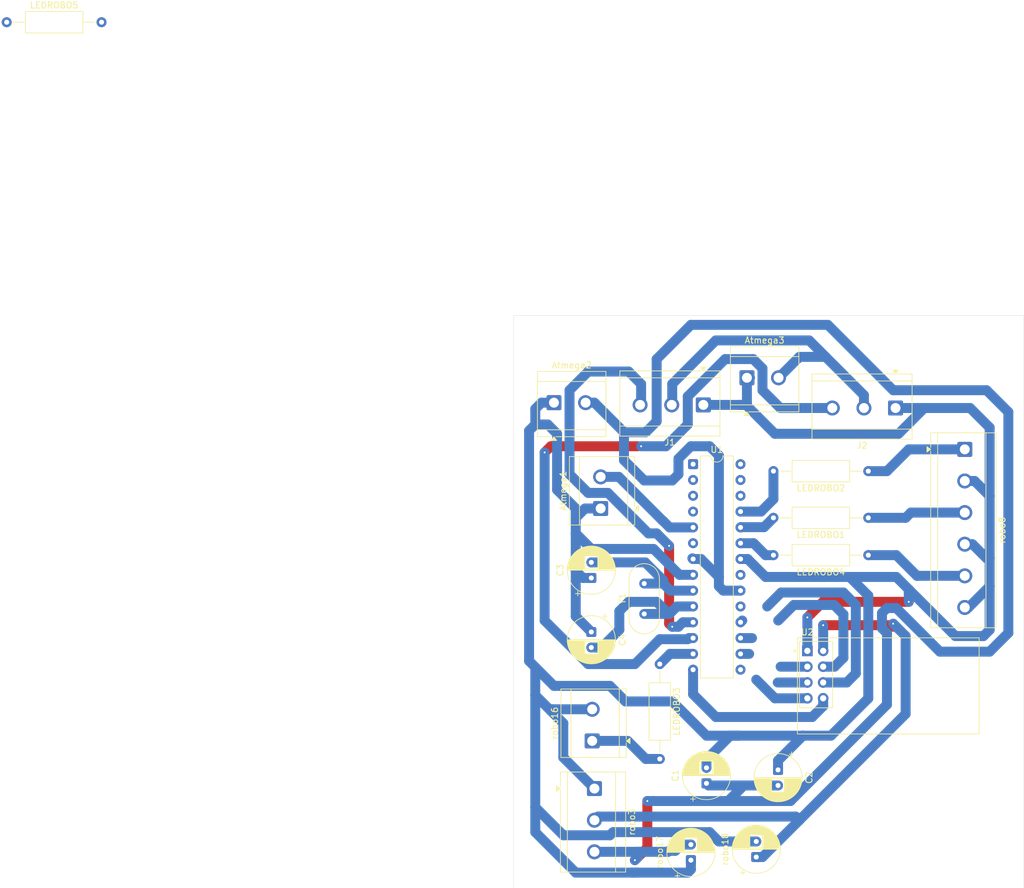
<source format=kicad_pcb>
(kicad_pcb (version 20241229) (generator "pcbnew") (generator_version "9.0")
  (layers (0 "F.Cu" signal) (2 "B.Cu" signal) (13 "F.Paste" user) (15 "B.Paste" user) (5 "F.SilkS" user "F.Silkscreen") (7 "B.SilkS" user "B.Silkscreen") (1 "F.Mask" user) (3 "B.Mask" user) (25 "Edge.Cuts" user))
  (net 0 "")
  (net 1 "Net-(robo8-Pin_3)")
  (net 2 "GND ROBO")
  (net 3 "Net-(robo8-Pin_1)")
  (net 4 "Net-(robo8-Pin_5)")
  (net 5 "Modulo_Laser")
  (net 6 "VCC ROBO")
  (net 7 "Net-(robo16-Pin_1)")
  (net 8 "Led_2")
  (net 9 "Led_3")
  (net 10 "Net-(U1-PD7)")
  (net 11 "Led_1")
  (net 12 "Net-(U1-XTAL1{slash}PB6)")
  (net 16 "VCC SERVO")
  (net 19 "Net-(U1-XTAL2{slash}PB7)")
  (net 20 "NRF24L01 2")
  (net 22 "PWM LASER")
  (net 23 "CSN")
  (net 24 "IRQ")
  (net 26 "SCK")
  (net 27 "MISO")
  (net 28 "CE")
  (net 31 "MOSI")
  (net 32 "PWM RETROESCAVADEIRA")
  (footprint "TerminalBlock_CUI:TerminalBlock_CUI_TB007-508-03_1x03_P5.08mm_Horizontal" (layer "F.Cu") (at 143.88 63.8575 180)
    (property "Reference" "J2" (at 5.38 -6.02 0) (layer "F.SilkS"))
    (property "Value" "SERVO")
    (pad "1" thru_hole roundrect (at 0 0 180) (size 2.4 2.4) (drill 1.6) (layers "*.Cu" "*.Mask") (roundrect_rratio 0.104167) (net 2 "GND ROBO"))
    (pad "2" thru_hole circle (at 5.08 0 180) (size 2.4 2.4) (drill 1.6) (layers "*.Cu" "*.Mask") (net 16 "VCC SERVO"))
    (pad "3" thru_hole circle (at 10.16 0 180) (size 2.4 2.4) (drill 1.6) (layers "*.Cu" "*.Mask") (net 32 "PWM RETROESCAVADEIRA"))
  )
  (footprint "TerminalBlock_CUI:TerminalBlock_CUI_TB007-508-03_1x03_P5.08mm_Horizontal" (layer "F.Cu") (at 95.5 125 -90)
    (property "Reference" "robo3" (at 5.38 -6.02 90) (layer "F.SilkS"))
    (property "Value" "AMS1117CD-3.3")
    (pad "1" thru_hole roundrect (at 0 0 270) (size 2.4 2.4) (drill 1.6) (layers "*.Cu" "*.Mask") (roundrect_rratio 0.104167) (net 2 "GND ROBO"))
    (pad "2" thru_hole circle (at 5.08 0 270) (size 2.4 2.4) (drill 1.6) (layers "*.Cu" "*.Mask") (net 20 "NRF24L01 2"))
    (pad "3" thru_hole circle (at 10.16 0 270) (size 2.4 2.4) (drill 1.6) (layers "*.Cu" "*.Mask") (net 6 "VCC ROBO"))
  )
  (footprint "Capacitor_THT:CP_Radial_D7.5mm_P2.50mm" (layer "F.Cu") (at 121.5 136 90)
    (property "Reference" "robo18" (at 1.25 -5 90) (layer "F.SilkS"))
    (property "Value" "100uF")
    (pad "1" thru_hole roundrect (at 0 0 90) (size 1.6 1.6) (drill 0.8) (layers "*.Cu" "*.Mask") (roundrect_rratio 0.15625) (net 20 "NRF24L01 2"))
    (pad "2" thru_hole circle (at 2.5 0 90) (size 1.6 1.6) (drill 0.8) (layers "*.Cu" "*.Mask") (net 2 "GND ROBO"))
  )
  (footprint "Resistor_THT:R_Axial_DIN0309_L9.0mm_D3.2mm_P15.24mm_Horizontal" (layer "F.Cu") (at 1.075 1.875)
    (property "Reference" "LEDROBO5" (at 7.62 -2.72 0) (layer "F.SilkS"))
    (property "Value" "10k")
    (pad "1" thru_hole circle (at 0 0) (size 1.6 1.6) (drill 0.8) (layers "*.Cu" "*.Mask") (net 2 "GND ROBO"))
    (pad "2" thru_hole circle (at 15.24 0) (size 1.6 1.6) (drill 0.8) (layers "*.Cu" "*.Mask") (net 10 "Net-(U1-PD7)"))
  )
  (footprint "Resistor_THT:R_Axial_DIN0309_L9.0mm_D3.2mm_P15.24mm_Horizontal" (layer "F.Cu") (at 139.5 81.5 180)
    (property "Reference" "LEDROBO1" (at 7.62 -2.72 0) (layer "F.SilkS"))
    (property "Value" "220")
    (pad "1" thru_hole circle (at 0 0 180) (size 1.6 1.6) (drill 0.8) (layers "*.Cu" "*.Mask") (net 1 "Net-(robo8-Pin_3)"))
    (pad "2" thru_hole circle (at 15.24 0 180) (size 1.6 1.6) (drill 0.8) (layers "*.Cu" "*.Mask") (net 8 "Led_2"))
  )
  (footprint "TerminalBlock_CUI:TerminalBlock_CUI_TB007-508-02_1x02_P5.08mm_Horizontal" (layer "F.Cu") (at 95.1425 117.34 90)
    (property "Reference" "robo16" (at 2.84 -6.02 90) (layer "F.SilkS"))
    (property "Value" "LDR")
    (pad "1" thru_hole roundrect (at 0 0 90) (size 2.4 2.4) (drill 1.6) (layers "*.Cu" "*.Mask") (roundrect_rratio 0.104167) (net 6 "VCC ROBO"))
    (pad "2" thru_hole circle (at 5.08 0 90) (size 2.4 2.4) (drill 1.6) (layers "*.Cu" "*.Mask") (net 10 "Net-(U1-PD7)"))
  )
  (footprint "TerminalBlock_CUI:TerminalBlock_CUI_TB007-508-02_1x02_P5.08mm_Horizontal" (layer "F.Cu") (at 120 59)
    (property "Reference" "Atmega3" (at 2.84 -6.02 0) (layer "F.SilkS"))
    (property "Value" "Fonte de servo")
    (pad "1" thru_hole roundrect (at 0 0) (size 2.4 2.4) (drill 1.6) (layers "*.Cu" "*.Mask") (roundrect_rratio 0.104167) (net 2 "GND ROBO"))
    (pad "2" thru_hole circle (at 5.08 0) (size 2.4 2.4) (drill 1.6) (layers "*.Cu" "*.Mask") (net 16 "VCC SERVO"))
  )
  (footprint "TerminalBlock_CUI:TerminalBlock_CUI_TB007-508-02_1x02_P5.08mm_Horizontal" (layer "F.Cu") (at 96.5 80 90)
    (property "Reference" "Atmega1" (at 2.84 -6.02 90) (layer "F.SilkS"))
    (property "Value" "LASER")
    (pad "1" thru_hole roundrect (at 0 0 90) (size 2.4 2.4) (drill 1.6) (layers "*.Cu" "*.Mask") (roundrect_rratio 0.104167) (net 2 "GND ROBO"))
    (pad "2" thru_hole circle (at 5.08 0 90) (size 2.4 2.4) (drill 1.6) (layers "*.Cu" "*.Mask") (net 5 "Modulo_Laser"))
  )
  (footprint "Capacitor_THT:CP_Radial_D7.5mm_P2.50mm" (layer "F.Cu") (at 113.5 124.161395 90)
    (property "Reference" "C1" (at 1.25 -5 90) (layer "F.SilkS"))
    (property "Value" "0.1")
    (pad "1" thru_hole roundrect (at 0 0 90) (size 1.6 1.6) (drill 0.8) (layers "*.Cu" "*.Mask") (roundrect_rratio 0.15625) (net 6 "VCC ROBO"))
    (pad "2" thru_hole circle (at 2.5 0 90) (size 1.6 1.6) (drill 0.8) (layers "*.Cu" "*.Mask") (net 2 "GND ROBO"))
  )
  (footprint "Resistor_THT:R_Axial_DIN0309_L9.0mm_D3.2mm_P15.24mm_Horizontal" (layer "F.Cu") (at 139.5 87.5 180)
    (property "Reference" "LEDROBO4" (at 7.62 -2.72 0) (layer "F.SilkS"))
    (property "Value" "220")
    (pad "1" thru_hole circle (at 0 0 180) (size 1.6 1.6) (drill 0.8) (layers "*.Cu" "*.Mask") (net 4 "Net-(robo8-Pin_5)"))
    (pad "2" thru_hole circle (at 15.24 0 180) (size 1.6 1.6) (drill 0.8) (layers "*.Cu" "*.Mask") (net 11 "Led_1"))
  )
  (footprint "Capacitor_THT:CP_Radial_D7.5mm_P2.50mm" (layer "F.Cu") (at 95 99.838606 -90)
    (property "Reference" "C4" (at 1.25 -5 90) (layer "F.SilkS"))
    (property "Value" "22pF")
    (pad "1" thru_hole roundrect (at 0 0 270) (size 1.6 1.6) (drill 0.8) (layers "*.Cu" "*.Mask") (roundrect_rratio 0.15625) (net 2 "GND ROBO"))
    (pad "2" thru_hole circle (at 2.5 0 270) (size 1.6 1.6) (drill 0.8) (layers "*.Cu" "*.Mask") (net 19 "Net-(U1-XTAL2{slash}PB7)"))
  )
  (footprint "Resistor_THT:R_Axial_DIN0309_L9.0mm_D3.2mm_P15.24mm_Horizontal" (layer "F.Cu") (at 106 105 -90)
    (property "Reference" "LEDROBO3" (at 7.62 -2.72 90) (layer "F.SilkS"))
    (property "Value" "10k")
    (pad "1" thru_hole circle (at 0 0 270) (size 1.6 1.6) (drill 0.8) (layers "*.Cu" "*.Mask") (net 10 "Net-(U1-PD7)"))
    (pad "2" thru_hole circle (at 15.24 0 270) (size 1.6 1.6) (drill 0.8) (layers "*.Cu" "*.Mask") (net 7 "Net-(robo16-Pin_1)"))
  )
  (footprint "RF_Module:nRF24L01_Breakout" (layer "F.Cu") (at 129.7105 102.875)
    (property "Reference" "U2" (at 0 -3 0) (layer "F.SilkS"))
    (property "Value" "NRF24L01_Breakout")
    (pad "1" thru_hole rect (at 0 0) (size 1.7 1.7) (drill 1) (layers "*.Cu" "*.Mask") (net 2 "GND ROBO"))
    (pad "2" thru_hole circle (at 2.54 0) (size 1.7 1.7) (drill 1) (layers "*.Cu" "*.Mask") (net 20 "NRF24L01 2"))
    (pad "3" thru_hole circle (at 0 2.54) (size 1.7 1.7) (drill 1) (layers "*.Cu" "*.Mask") (net 28 "CE"))
    (pad "4" thru_hole circle (at 2.54 2.54) (size 1.7 1.7) (drill 1) (layers "*.Cu" "*.Mask") (net 23 "CSN"))
    (pad "5" thru_hole circle (at 0 5.08) (size 1.7 1.7) (drill 1) (layers "*.Cu" "*.Mask") (net 26 "SCK"))
    (pad "6" thru_hole circle (at 2.54 5.08) (size 1.7 1.7) (drill 1) (layers "*.Cu" "*.Mask") (net 31 "MOSI"))
    (pad "7" thru_hole circle (at 0 7.62) (size 1.7 1.7) (drill 1) (layers "*.Cu" "*.Mask") (net 27 "MISO"))
    (pad "8" thru_hole circle (at 2.54 7.62) (size 1.7 1.7) (drill 1) (layers "*.Cu" "*.Mask") (net 24 "IRQ"))
  )
  (footprint "Resistor_THT:R_Axial_DIN0309_L9.0mm_D3.2mm_P15.24mm_Horizontal" (layer "F.Cu") (at 139.5 74 180)
    (property "Reference" "LEDROBO2" (at 7.62 -2.72 0) (layer "F.SilkS"))
    (property "Value" "220")
    (pad "1" thru_hole circle (at 0 0 180) (size 1.6 1.6) (drill 0.8) (layers "*.Cu" "*.Mask") (net 3 "Net-(robo8-Pin_1)"))
    (pad "2" thru_hole circle (at 15.24 0 180) (size 1.6 1.6) (drill 0.8) (layers "*.Cu" "*.Mask") (net 9 "Led_3"))
  )
  (footprint "Package_DIP:DIP-28_W7.62mm" (layer "F.Cu") (at 111.352789 72.88)
    (property "Reference" "U1" (at 3.81 -2.33 0) (layer "F.SilkS"))
    (property "Value" "ROBO LED")
    (pad "1" thru_hole roundrect (at 0 0) (size 1.6 1.6) (drill 0.8) (layers "*.Cu" "*.Mask") (roundrect_rratio 0.15625))
    (pad "2" thru_hole circle (at 0 2.54) (size 1.6 1.6) (drill 0.8) (layers "*.Cu" "*.Mask"))
    (pad "3" thru_hole circle (at 0 5.08) (size 1.6 1.6) (drill 0.8) (layers "*.Cu" "*.Mask"))
    (pad "4" thru_hole circle (at 0 7.62) (size 1.6 1.6) (drill 0.8) (layers "*.Cu" "*.Mask"))
    (pad "5" thru_hole circle (at 0 10.16) (size 1.6 1.6) (drill 0.8) (layers "*.Cu" "*.Mask") (net 5 "Modulo_Laser"))
    (pad "6" thru_hole circle (at 0 12.7) (size 1.6 1.6) (drill 0.8) (layers "*.Cu" "*.Mask"))
    (pad "7" thru_hole circle (at 0 15.24) (size 1.6 1.6) (drill 0.8) (layers "*.Cu" "*.Mask") (net 6 "VCC ROBO"))
    (pad "8" thru_hole circle (at 0 17.78) (size 1.6 1.6) (drill 0.8) (layers "*.Cu" "*.Mask") (net 2 "GND ROBO"))
    (pad "9" thru_hole circle (at 0 20.32) (size 1.6 1.6) (drill 0.8) (layers "*.Cu" "*.Mask") (net 12 "Net-(U1-XTAL1{slash}PB6)"))
    (pad "10" thru_hole circle (at 0 22.86) (size 1.6 1.6) (drill 0.8) (layers "*.Cu" "*.Mask") (net 19 "Net-(U1-XTAL2{slash}PB7)"))
    (pad "11" thru_hole circle (at 0 25.4) (size 1.6 1.6) (drill 0.8) (layers "*.Cu" "*.Mask") (net 22 "PWM LASER"))
    (pad "12" thru_hole circle (at 0 27.94) (size 1.6 1.6) (drill 0.8) (layers "*.Cu" "*.Mask") (net 32 "PWM RETROESCAVADEIRA"))
    (pad "13" thru_hole circle (at 0 30.48) (size 1.6 1.6) (drill 0.8) (layers "*.Cu" "*.Mask") (net 10 "Net-(U1-PD7)"))
    (pad "14" thru_hole circle (at 0 33.02) (size 1.6 1.6) (drill 0.8) (layers "*.Cu" "*.Mask") (net 24 "IRQ"))
    (pad "15" thru_hole circle (at 7.62 33.02) (size 1.6 1.6) (drill 0.8) (layers "*.Cu" "*.Mask") (net 28 "CE"))
    (pad "16" thru_hole circle (at 7.62 30.48) (size 1.6 1.6) (drill 0.8) (layers "*.Cu" "*.Mask") (net 23 "CSN"))
    (pad "17" thru_hole circle (at 7.62 27.94) (size 1.6 1.6) (drill 0.8) (layers "*.Cu" "*.Mask") (net 31 "MOSI"))
    (pad "18" thru_hole circle (at 7.62 25.4) (size 1.6 1.6) (drill 0.8) (layers "*.Cu" "*.Mask") (net 27 "MISO"))
    (pad "19" thru_hole circle (at 7.62 22.86) (size 1.6 1.6) (drill 0.8) (layers "*.Cu" "*.Mask") (net 26 "SCK"))
    (pad "20" thru_hole circle (at 7.62 20.32) (size 1.6 1.6) (drill 0.8) (layers "*.Cu" "*.Mask") (net 6 "VCC ROBO"))
    (pad "21" thru_hole circle (at 7.62 17.78) (size 1.6 1.6) (drill 0.8) (layers "*.Cu" "*.Mask"))
    (pad "22" thru_hole circle (at 7.62 15.24) (size 1.6 1.6) (drill 0.8) (layers "*.Cu" "*.Mask") (net 2 "GND ROBO"))
    (pad "23" thru_hole circle (at 7.62 12.7) (size 1.6 1.6) (drill 0.8) (layers "*.Cu" "*.Mask") (net 11 "Led_1"))
    (pad "24" thru_hole circle (at 7.62 10.16) (size 1.6 1.6) (drill 0.8) (layers "*.Cu" "*.Mask") (net 8 "Led_2"))
    (pad "25" thru_hole circle (at 7.62 7.62) (size 1.6 1.6) (drill 0.8) (layers "*.Cu" "*.Mask") (net 9 "Led_3"))
    (pad "26" thru_hole circle (at 7.62 5.08) (size 1.6 1.6) (drill 0.8) (layers "*.Cu" "*.Mask"))
    (pad "27" thru_hole circle (at 7.62 2.54) (size 1.6 1.6) (drill 0.8) (layers "*.Cu" "*.Mask"))
    (pad "28" thru_hole circle (at 7.62 0) (size 1.6 1.6) (drill 0.8) (layers "*.Cu" "*.Mask"))
  )
  (footprint "TerminalBlock_CUI:TerminalBlock_CUI_TB007-508-03_1x03_P5.08mm_Horizontal" (layer "F.Cu") (at 113 63.3575 180)
    (property "Reference" "J1" (at 5.38 -6.02 0) (layer "F.SilkS"))
    (property "Value" "SERVO LASER")
    (pad "1" thru_hole roundrect (at 0 0 180) (size 2.4 2.4) (drill 1.6) (layers "*.Cu" "*.Mask") (roundrect_rratio 0.104167) (net 2 "GND ROBO"))
    (pad "2" thru_hole circle (at 5.08 0 180) (size 2.4 2.4) (drill 1.6) (layers "*.Cu" "*.Mask") (net 16 "VCC SERVO"))
    (pad "3" thru_hole circle (at 10.16 0 180) (size 2.4 2.4) (drill 1.6) (layers "*.Cu" "*.Mask") (net 22 "PWM LASER"))
  )
  (footprint "TerminalBlock_CUI:TerminalBlock_CUI_TB007-508-06_1x06_P5.08mm_Horizontal" (layer "F.Cu") (at 155 70.5 -90)
    (property "Reference" "robo8" (at 13 -6.02 90) (layer "F.SilkS"))
    (property "Value" "leds")
    (pad "1" thru_hole roundrect (at 0 0 270) (size 2.4 2.4) (drill 1.6) (layers "*.Cu" "*.Mask") (roundrect_rratio 0.104167) (net 3 "Net-(robo8-Pin_1)"))
    (pad "2" thru_hole circle (at 5.08 0 270) (size 2.4 2.4) (drill 1.6) (layers "*.Cu" "*.Mask") (net 2 "GND ROBO"))
    (pad "3" thru_hole circle (at 10.16 0 270) (size 2.4 2.4) (drill 1.6) (layers "*.Cu" "*.Mask") (net 1 "Net-(robo8-Pin_3)"))
    (pad "4" thru_hole circle (at 15.24 0 270) (size 2.4 2.4) (drill 1.6) (layers "*.Cu" "*.Mask") (net 2 "GND ROBO"))
    (pad "5" thru_hole circle (at 20.32 0 270) (size 2.4 2.4) (drill 1.6) (layers "*.Cu" "*.Mask") (net 4 "Net-(robo8-Pin_5)"))
    (pad "6" thru_hole circle (at 25.4 0 270) (size 2.4 2.4) (drill 1.6) (layers "*.Cu" "*.Mask") (net 2 "GND ROBO"))
  )
  (footprint "Crystal:Crystal_HC49-4H_Vertical" (layer "F.Cu") (at 103.5 96.94 90)
    (property "Reference" "Y1" (at 2.44 -3.52 90) (layer "F.SilkS"))
    (property "Value" "Crystal")
    (pad "1" thru_hole circle (at 0 0 90) (size 1.5 1.5) (drill 0.8) (layers "*.Cu" "*.Mask") (net 19 "Net-(U1-XTAL2{slash}PB7)"))
    (pad "2" thru_hole circle (at 4.88 0 90) (size 1.5 1.5) (drill 0.8) (layers "*.Cu" "*.Mask") (net 12 "Net-(U1-XTAL1{slash}PB6)"))
  )
  (footprint "Capacitor_THT:CP_Radial_D7.5mm_P2.50mm" (layer "F.Cu") (at 125 122 -90)
    (property "Reference" "C2" (at 1.25 -5 90) (layer "F.SilkS"))
    (property "Value" "0.1")
    (pad "1" thru_hole roundrect (at 0 0 270) (size 1.6 1.6) (drill 0.8) (layers "*.Cu" "*.Mask") (roundrect_rratio 0.15625) (net 2 "GND ROBO"))
    (pad "2" thru_hole circle (at 2.5 0 270) (size 1.6 1.6) (drill 0.8) (layers "*.Cu" "*.Mask") (net 6 "VCC ROBO"))
  )
  (footprint "Capacitor_THT:CP_Radial_D7.5mm_P2.50mm" (layer "F.Cu") (at 111 136.5 90)
    (property "Reference" "robo17" (at 1.25 -5 90) (layer "F.SilkS"))
    (property "Value" "0.1uF")
    (pad "1" thru_hole roundrect (at 0 0 90) (size 1.6 1.6) (drill 0.8) (layers "*.Cu" "*.Mask") (roundrect_rratio 0.15625) (net 2 "GND ROBO"))
    (pad "2" thru_hole circle (at 2.5 0 90) (size 1.6 1.6) (drill 0.8) (layers "*.Cu" "*.Mask") (net 6 "VCC ROBO"))
  )
  (footprint "TerminalBlock_CUI:TerminalBlock_CUI_TB007-508-02_1x02_P5.08mm_Horizontal" (layer "F.Cu") (at 89 63)
    (property "Reference" "Atmega2" (at 2.84 -6.02 0) (layer "F.SilkS"))
    (property "Value" "Fonte de alimentação")
    (pad "1" thru_hole roundrect (at 0 0) (size 2.4 2.4) (drill 1.6) (layers "*.Cu" "*.Mask") (roundrect_rratio 0.104167) (net 2 "GND ROBO"))
    (pad "2" thru_hole circle (at 5.08 0) (size 2.4 2.4) (drill 1.6) (layers "*.Cu" "*.Mask") (net 6 "VCC ROBO"))
  )
  (footprint "Capacitor_THT:CP_Radial_D7.5mm_P2.50mm" (layer "F.Cu") (at 95 91.161395 90)
    (property "Reference" "C3" (at 1.25 -5 90) (layer "F.SilkS"))
    (property "Value" "22pF")
    (pad "1" thru_hole roundrect (at 0 0 90) (size 1.6 1.6) (drill 0.8) (layers "*.Cu" "*.Mask") (roundrect_rratio 0.15625) (net 2 "GND ROBO"))
    (pad "2" thru_hole circle (at 2.5 0 90) (size 1.6 1.6) (drill 0.8) (layers "*.Cu" "*.Mask") (net 12 "Net-(U1-XTAL1{slash}PB6)"))
  )
  (gr_rect (start 82.5 49) (end 164.5 141) (stroke (width 0.05)) (fill no) (layer "Edge.Cuts"))
  (segment (start 146.34 80.66) (end 155 80.66) (width 1.6) (layer "B.Cu") (net 1))
  (segment (start 145.5 81.5) (end 146.34 80.66) (width 1.6) (layer "B.Cu") (net 1))
  (segment (start 139.5 81.5) (end 145.5 81.5) (width 1.6) (layer "B.Cu") (net 1))
  (segment (start 132.2105 95) (end 146 95) (width 1.6) (layer "F.Cu") (net 2))
  (segment (start 129.7105 97.5) (end 132.2105 95) (width 1.6) (layer "F.Cu") (net 2))
  (via (at 129.7105 97.5) (size 0.6) (drill 0.3) (layers "F.Cu" "B.Cu") (net 2))
  (via (at 146 95) (size 0.6) (drill 0.3) (layers "F.Cu" "B.Cu") (net 2))
  (segment (start 88.5 112.5) (end 88.74 112.26) (width 1.6) (layer "B.Cu") (net 2))
  (segment (start 94 80) (end 92.5 81.5) (width 1.6) (layer "B.Cu") (net 2))
  (segment (start 89.5 77) (end 89.5 68) (width 1.6) (layer "B.Cu") (net 2))
  (segment (start 89.5 68) (end 88 66.5) (width 1.6) (layer "B.Cu") (net 2))
  (segment (start 92.5 80) (end 89.5 77) (width 1.6) (layer "B.Cu") (net 2))
  (segment (start 120 63) (end 120 59) (width 1.6) (layer "B.Cu") (net 2))
  (segment (start 155 85.74) (end 156.24 85.74) (width 1.6) (layer "B.Cu") (net 2))
  (segment (start 159 92.5) (end 155.6 95.9) (width 1.6) (layer "B.Cu") (net 2))
  (segment (start 86 132) (end 86 128) (width 1.6) (layer "B.Cu") (net 2))
  (segment (start 136.5 91) (end 139.5 94) (width 1.6) (layer "B.Cu") (net 2))
  (segment (start 155 75.58) (end 156.58 75.58) (width 1.6) (layer "B.Cu") (net 2))
  (segment (start 98 132.5) (end 90.5 132.5) (width 1.6) (layer "B.Cu") (net 2))
  (segment (start 159 99.5) (end 158 100.5) (width 1.6) (layer "B.Cu") (net 2))
  (segment (start 118.661395 116.5) (end 113.5 116.5) (width 1.6) (layer "B.Cu") (net 2))
  (segment (start 118.8575 63.3575) (end 119.6425 63.3575) (width 1.6) (layer "B.Cu") (net 2))
  (segment (start 86 105.5) (end 86 110) (width 1.6) (layer "B.Cu") (net 2))
  (segment (start 105 86.5) (end 109.16 90.66) (width 1.6) (layer "B.Cu") (net 2))
  (segment (start 119.6425 63.3575) (end 120 63) (width 1.6) (layer "B.Cu") (net 2))
  (segment (start 113 63.3575) (end 118.8575 63.3575) (width 1.6) (layer "B.Cu") (net 2))
  (segment (start 101.5 138.5) (end 102.5 138.5) (width 1.6) (layer "B.Cu") (net 2))
  (segment (start 144 91) (end 136.5 91) (width 1.6) (layer "B.Cu") (net 2))
  (segment (start 114 132) (end 98.5 132) (width 1.6) (layer "B.Cu") (net 2))
  (segment (start 139.5 110.5) (end 133.5 116.5) (width 1.6) (layer "B.Cu") (net 2))
  (segment (start 92.5 84) (end 92.5 90) (width 1.6) (layer "B.Cu") (net 2))
  (segment (start 85 104.5) (end 86 105.5) (width 1.6) (layer "B.Cu") (net 2))
  (segment (start 129.7105 102.875) (end 129.7105 97.5) (width 1.6) (layer "B.Cu") (net 2))
  (segment (start 86 110) (end 88.5 112.5) (width 1.6) (layer "B.Cu") (net 2))
  (segment (start 85 67.5) (end 85 104.5) (width 1.6) (layer "B.Cu") (net 2))
  (segment (start 120.12 88.12) (end 123 91) (width 1.6) (layer "B.Cu") (net 2))
  (segment (start 139.5 94) (end 139.5 110.5) (width 1.6) (layer "B.Cu") (net 2))
  (segment (start 155.6 95.9) (end 155 95.9) (width 1.6) (layer "B.Cu") (net 2))
  (segment (start 92.5 90) (end 92.5 97.338606) (width 1.6) (layer "B.Cu") (net 2))
  (segment (start 93.661395 91.161395) (end 95 91.161395) (width 1.6) (layer "B.Cu") (net 2))
  (segment (start 156.58 75.58) (end 159 78) (width 1.6) (layer "B.Cu") (net 2))
  (segment (start 129 116.5) (end 118.661395 116.5) (width 1.6) (layer "B.Cu") (net 2))
  (segment (start 158 100.5) (end 153.5 100.5) (width 1.6) (layer "B.Cu") (net 2))
  (segment (start 125 122) (end 125 120.5) (width 1.6) (layer "B.Cu") (net 2))
  (segment (start 156.24 85.74) (end 158.5 88) (width 1.6) (layer "B.Cu") (net 2))
  (segment (start 153.5 100.5) (end 146 93) (width 1.6) (layer "B.Cu") (net 2))
  (segment (start 159 67) (end 155.8575 63.8575) (width 1.6) (layer "B.Cu") (net 2))
  (segment (start 159 88) (end 159 92.5) (width 1.6) (layer "B.Cu") (net 2))
  (segment (start 108 111) (end 100.5 111) (width 1.6) (layer "B.Cu") (net 2))
  (segment (start 87 63) (end 89 63) (width 1.6) (layer "B.Cu") (net 2))
  (segment (start 88.74 112.26) (end 95.1425 112.26) (width 1.6) (layer "B.Cu") (net 2))
  (segment (start 92.5 80) (end 92.5 84) (width 1.6) (layer "B.Cu") (net 2))
  (segment (start 90.5 132.5) (end 86 128) (width 1.6) (layer "B.Cu") (net 2))
  (segment (start 111 138) (end 110.5 138.5) (width 1.6) (layer "B.Cu") (net 2))
  (segment (start 110.5 138.5) (end 101.5 138.5) (width 1.6) (layer "B.Cu") (net 2))
  (segment (start 86 128) (end 86 110) (width 1.6) (layer "B.Cu") (net 2))
  (segment (start 146 93) (end 144 91) (width 1.6) (layer "B.Cu") (net 2))
  (segment (start 90.5 120) (end 90.5 114.5) (width 1.6) (layer "B.Cu") (net 2))
  (segment (start 100.5 111) (end 98 108.5) (width 1.6) (layer "B.Cu") (net 2))
  (segment (start 92.5 90) (end 93.661395 91.161395) (width 1.6) (layer "B.Cu") (net 2))
  (segment (start 159 78) (end 159 88) (width 1.6) (layer "B.Cu") (net 2))
  (segment (start 101.5 138.5) (end 92.5 138.5) (width 1.6) (layer "B.Cu") (net 2))
  (segment (start 118.8575 63.3575) (end 119.8575 63.3575) (width 1.6) (layer "B.Cu") (net 2))
  (segment (start 120.5 59) (end 120 59) (width 1.6) (layer "B.Cu") (net 2))
  (segment (start 86 64) (end 86 66.5) (width 1.6) (layer "B.Cu") (net 2))
  (segment (start 148.5 63.8575) (end 143.88 63.8575) (width 1.6) (layer "B.Cu") (net 2))
  (segment (start 90.5 114.5) (end 88.5 112.5) (width 1.6) (layer "B.Cu") (net 2))
  (segment (start 105 86.5) (end 95 86.5) (width 1.6) (layer "B.Cu") (net 2))
  (segment (start 121.5 133.5) (end 115.5 133.5) (width 1.6) (layer "B.Cu") (net 2))
  (segment (start 123 91) (end 136.5 91) (width 1.6) (layer "B.Cu") (net 2))
  (segment (start 86 66.5) (end 85 67.5) (width 1.6) (layer "B.Cu") (net 2))
  (segment (start 158.5 88) (end 159 88) (width 1.6) (layer "B.Cu") (net 2))
  (segment (start 113.5 120.330697) (end 117.330697 116.5) (width 1.6) (layer "B.Cu") (net 2))
  (segment (start 113.5 121.661395) (end 113.5 120.330697) (width 1.6) (layer "B.Cu") (net 2))
  (segment (start 113.5 116.5) (end 108 111) (width 1.6) (layer "B.Cu") (net 2))
  (segment (start 95.5 125) (end 90.5 120) (width 1.6) (layer "B.Cu") (net 2))
  (segment (start 88 66.5) (end 86 66.5) (width 1.6) (layer "B.Cu") (net 2))
  (segment (start 86 64) (end 87 63) (width 1.6) (layer "B.Cu") (net 2))
  (segment (start 109.16 90.66) (end 111.352789 90.66) (width 1.6) (layer "B.Cu") (net 2))
  (segment (start 98 108.5) (end 89 108.5) (width 1.6) (layer "B.Cu") (net 2))
  (segment (start 133.5 116.5) (end 129 116.5) (width 1.6) (layer "B.Cu") (net 2))
  (segment (start 111 136.5) (end 111 138) (width 1.6) (layer "B.Cu") (net 2))
  (segment (start 125 120.5) (end 129 116.5) (width 1.6) (layer "B.Cu") (net 2))
  (segment (start 92.5 97.338606) (end 95 99.838606) (width 1.6) (layer "B.Cu") (net 2))
  (segment (start 117.330697 116.5) (end 118.661395 116.5) (width 1.6) (layer "B.Cu") (net 2))
  (segment (start 155.8575 63.8575) (end 148.5 63.8575) (width 1.6) (layer "B.Cu") (net 2))
  (segment (start 159 78) (end 159 67) (width 1.6) (layer "B.Cu") (net 2))
  (segment (start 144.3575 68) (end 148.5 63.8575) (width 1.6) (layer "B.Cu") (net 2))
  (segment (start 95 86.5) (end 92.5 84) (width 1.6) (layer "B.Cu") (net 2))
  (segment (start 92.5 138.5) (end 86 132) (width 1.6) (layer "B.Cu") (net 2))
  (segment (start 159 92.5) (end 159 99.5) (width 1.6) (layer "B.Cu") (net 2))
  (segment (start 89 108.5) (end 86 105.5) (width 1.6) (layer "B.Cu") (net 2))
  (segment (start 119.8575 63.3575) (end 124.5 68) (width 1.6) (layer "B.Cu") (net 2))
  (segment (start 96.5 80) (end 94 80) (width 1.6) (layer "B.Cu") (net 2))
  (segment (start 146 93) (end 146 95) (width 1.6) (layer "B.Cu") (net 2))
  (segment (start 115.5 133.5) (end 114 132) (width 1.6) (layer "B.Cu") (net 2))
  (segment (start 118.972789 88.12) (end 120.12 88.12) (width 1.6) (layer "B.Cu") (net 2))
  (segment (start 124.5 68) (end 144.3575 68) (width 1.6) (layer "B.Cu") (net 2))
  (segment (start 98.5 132) (end 98 132.5) (width 1.6) (layer "B.Cu") (net 2))
  (segment (start 142.5 74) (end 146 70.5) (width 1.6) (layer "B.Cu") (net 3))
  (segment (start 139.5 74) (end 142.5 74) (width 1.6) (layer "B.Cu") (net 3))
  (segment (start 146 70.5) (end 155 70.5) (width 1.6) (layer "B.Cu") (net 3))
  (segment (start 144 87.5) (end 147.32 90.82) (width 1.6) (layer "B.Cu") (net 4))
  (segment (start 139.5 87.5) (end 144 87.5) (width 1.6) (layer "B.Cu") (net 4))
  (segment (start 147.32 90.82) (end 155 90.82) (width 1.6) (layer "B.Cu") (net 4))
  (segment (start 96.5 74.92) (end 99.42 74.92) (width 1.6) (layer "B.Cu") (net 5))
  (segment (start 106.5 82) (end 106.54 82) (width 1.6) (layer "B.Cu") (net 5))
  (segment (start 106.54 82) (end 107.58 83.04) (width 1.6) (layer "B.Cu") (net 5))
  (segment (start 99.42 74.92) (end 106.5 82) (width 1.6) (layer "B.Cu") (net 5))
  (segment (start 107.58 83.04) (end 111.352789 83.04) (width 1.6) (layer "B.Cu") (net 5))
  (segment (start 104 127) (end 104 134.5) (width 1.6) (layer "F.Cu") (net 6))
  (segment (start 104 134.5) (end 102 136.5) (width 1.6) (layer "F.Cu") (net 6))
  (via (at 104 127) (size 0.6) (drill 0.3) (layers "F.Cu" "B.Cu") (net 6))
  (via (at 102 136.5) (size 0.6) (drill 0.3) (layers "F.Cu" "B.Cu") (net 6))
  (segment (start 105.5 56) (end 111 50.5) (width 1.6) (layer "B.Cu") (net 6))
  (segment (start 115.5 71.5) (end 115.5 91) (width 1.6) (layer "B.Cu") (net 6))
  (segment (start 94.08 63) (end 95.5 63) (width 1.6) (layer "B.Cu") (net 6))
  (segment (start 100.25 67.75) (end 100.25 72.25) (width 1.6) (layer "B.Cu") (net 6))
  (segment (start 111.352789 88.12) (end 112.62 88.12) (width 1.6) (layer "B.Cu") (net 6))
  (segment (start 103.5 75.5) (end 108 75.5) (width 1.6) (layer "B.Cu") (net 6))
  (segment (start 109 74.5) (end 109 72) (width 1.6) (layer "B.Cu") (net 6))
  (segment (start 107.34 135.16) (end 107.5 135) (width 1.6) (layer "B.Cu") (net 6))
  (segment (start 162 100) (end 159 103) (width 1.6) (layer "B.Cu") (net 6))
  (segment (start 105.5 66) (end 105.5 56) (width 1.6) (layer "B.Cu") (net 6))
  (segment (start 109.5 134) (end 111 134) (width 1.6) (layer "B.Cu") (net 6))
  (segment (start 142.5 100.046998) (end 142.5 111.5) (width 1.6) (layer "B.Cu") (net 6))
  (segment (start 111 70) (end 114 70) (width 1.6) (layer "B.Cu") (net 6))
  (segment (start 159 103) (end 151 103) (width 1.6) (layer "B.Cu") (net 6))
  (segment (start 141.699 96.801) (end 141.699 99.245998) (width 1.6) (layer "B.Cu") (net 6))
  (segment (start 141.699 99.245998) (end 142.5 100.046998) (width 1.6) (layer "B.Cu") (net 6))
  (segment (start 103.75 67.75) (end 105.5 66) (width 1.6) (layer "B.Cu") (net 6))
  (segment (start 115.5 92.5) (end 116.2 93.2) (width 1.6) (layer "B.Cu") (net 6))
  (segment (start 102.5 135.16) (end 107.34 135.16) (width 1.6) (layer "B.Cu") (net 6))
  (segment (start 119.5 124.5) (end 125 124.5) (width 1.6) (layer "B.Cu") (net 6))
  (segment (start 143.5 61) (end 158.5 61) (width 1.6) (layer "B.Cu") (net 6))
  (segment (start 119.5 124.5) (end 117 127) (width 1.6) (layer "B.Cu") (net 6))
  (segment (start 105 127) (end 104 127) (width 1.6) (layer "B.Cu") (net 6))
  (segment (start 117 127) (end 116.5 127) (width 1.6) (layer "B.Cu") (net 6))
  (segment (start 102.5 135.16) (end 102.5 136) (width 1.6) (layer "B.Cu") (net 6))
  (segment (start 116.5 127) (end 105 127) (width 1.6) (layer "B.Cu") (net 6))
  (segment (start 158.5 61) (end 162 64.5) (width 1.6) (layer "B.Cu") (net 6))
  (segment (start 108 75.5) (end 109 74.5) (width 1.6) (layer "B.Cu") (net 6))
  (segment (start 144 96) (end 142.5 96) (width 1.6) (layer "B.Cu") (net 6))
  (segment (start 116.2 93.2) (end 118.972789 93.2) (width 1.6) (layer "B.Cu") (net 6))
  (segment (start 115.5 91) (end 115.5 92.5) (width 1.6) (layer "B.Cu") (net 6))
  (segment (start 112.62 88.12) (end 115.5 91) (width 1.6) (layer "B.Cu") (net 6))
  (segment (start 114 70) (end 115.5 71.5) (width 1.6) (layer "B.Cu") (net 6))
  (segment (start 102.5 136) (end 102 136.5) (width 1.6) (layer "B.Cu") (net 6))
  (segment (start 113.5 124.161395) (end 113.838605 124.5) (width 1.6) (layer "B.Cu") (net 6))
  (segment (start 95.5 63) (end 100.25 67.75) (width 1.6) (layer "B.Cu") (net 6))
  (segment (start 111.232789 88) (end 111.352789 88.12) (width 1.6) (layer "B.Cu") (net 6))
  (segment (start 95.5 135.16) (end 102.5 135.16) (width 1.6) (layer "B.Cu") (net 6))
  (segment (start 151 103) (end 144 96) (width 1.6) (layer "B.Cu") (net 6))
  (segment (start 100.25 67.75) (end 103.75 67.75) (width 1.6) (layer "B.Cu") (net 6))
  (segment (start 133 50.5) (end 143.5 61) (width 1.6) (layer "B.Cu") (net 6))
  (segment (start 113.838605 124.5) (end 119.5 124.5) (width 1.6) (layer "B.Cu") (net 6))
  (segment (start 109 72) (end 111 70) (width 1.6) (layer "B.Cu") (net 6))
  (segment (start 108.5 135) (end 109.5 134) (width 1.6) (layer "B.Cu") (net 6))
  (segment (start 107.5 135) (end 108.5 135) (width 1.6) (layer "B.Cu") (net 6))
  (segment (start 162 64.5) (end 162 100) (width 1.6) (layer "B.Cu") (net 6))
  (segment (start 111 50.5) (end 133 50.5) (width 1.6) (layer "B.Cu") (net 6))
  (segment (start 127 127) (end 117 127) (width 1.6) (layer "B.Cu") (net 6))
  (segment (start 100.25 72.25) (end 103.5 75.5) (width 1.6) (layer "B.Cu") (net 6))
  (segment (start 142.5 111.5) (end 127 127) (width 1.6) (layer "B.Cu") (net 6))
  (segment (start 142.5 96) (end 141.699 96.801) (width 1.6) (layer "B.Cu") (net 6))
  (segment (start 100.84 117.34) (end 95.1425 117.34) (width 1.6) (layer "B.Cu") (net 7))
  (segment (start 103.74 120.24) (end 100.84 117.34) (width 1.6) (layer "B.Cu") (net 7))
  (segment (start 106 120.24) (end 103.74 120.24) (width 1.6) (layer "B.Cu") (net 7))
  (segment (start 118.972789 83.04) (end 119.012789 83) (width 1.6) (layer "B.Cu") (net 8))
  (segment (start 119.012789 83) (end 122.76 83) (width 1.6) (layer "B.Cu") (net 8))
  (segment (start 122.76 83) (end 124.26 81.5) (width 1.6) (layer "B.Cu") (net 8))
  (segment (start 118.972789 80.5) (end 122.26 80.5) (width 1.6) (layer "B.Cu") (net 9))
  (segment (start 122.26 80.5) (end 124.26 78.5) (width 1.6) (layer "B.Cu") (net 9))
  (segment (start 124.26 78.5) (end 124.26 74) (width 1.6) (layer "B.Cu") (net 9))
  (segment (start 111.352789 103.36) (end 107.64 103.36) (width 1.6) (layer "B.Cu") (net 10))
  (segment (start 107.64 103.36) (end 106 105) (width 1.6) (layer "B.Cu") (net 10))
  (segment (start 121.08 85.58) (end 118.972789 85.58) (width 1.6) (layer "B.Cu") (net 11))
  (segment (start 123 87.5) (end 121.08 85.58) (width 1.6) (layer "B.Cu") (net 11))
  (segment (start 124.26 87.5) (end 123 87.5) (width 1.6) (layer "B.Cu") (net 11))
  (segment (start 107.7 93.2) (end 111.352789 93.2) (width 1.6) (layer "B.Cu") (net 12))
  (segment (start 103.5 92.06) (end 106.56 92.06) (width 1.6) (layer "B.Cu") (net 12))
  (segment (start 106.56 91.56) (end 103.661395 88.661395) (width 1.6) (layer "B.Cu") (net 12))
  (segment (start 106.56 92.06) (end 106.56 91.56) (width 1.6) (layer "B.Cu") (net 12))
  (segment (start 106.56 92.06) (end 107.7 93.2) (width 1.6) (layer "B.Cu") (net 12))
  (segment (start 103.661395 88.661395) (end 95 88.661395) (width 1.6) (layer "B.Cu") (net 12))
  (segment (start 115 53) (end 130 53) (width 1.6) (layer "B.Cu") (net 16))
  (segment (start 138.8 63.8575) (end 138.8 61.8) (width 1.6) (layer "B.Cu") (net 16))
  (segment (start 130 53) (end 132.6425 55.6425) (width 1.6) (layer "B.Cu") (net 16))
  (segment (start 108 60) (end 115 53) (width 1.6) (layer "B.Cu") (net 16))
  (segment (start 108 63.2775) (end 108 60) (width 1.6) (layer "B.Cu") (net 16))
  (segment (start 132.6425 55.6425) (end 128.4375 55.6425) (width 1.6) (layer "B.Cu") (net 16))
  (segment (start 138.8 61.8) (end 132.6425 55.6425) (width 1.6) (layer "B.Cu") (net 16))
  (segment (start 128.4375 55.6425) (end 125.08 59) (width 1.6) (layer "B.Cu") (net 16))
  (segment (start 107.92 63.3575) (end 108 63.2775) (width 1.6) (layer "B.Cu") (net 16))
  (segment (start 107.56 96.94) (end 107.44 96.94) (width 1.6) (layer "B.Cu") (net 19))
  (segment (start 107.56 96.94) (end 108.76 95.74) (width 1.6) (layer "B.Cu") (net 19))
  (segment (start 107.44 96.94) (end 105.5 95) (width 1.6) (layer "B.Cu") (net 19))
  (segment (start 108.76 95.74) (end 111.352789 95.74) (width 1.6) (layer "B.Cu") (net 19))
  (segment (start 96.661394 102.338606) (end 95 102.338606) (width 1.6) (layer "B.Cu") (net 19))
  (segment (start 99.5 99.5) (end 96.661394 102.338606) (width 1.6) (layer "B.Cu") (net 19))
  (segment (start 101 95) (end 99.5 96.5) (width 1.6) (layer "B.Cu") (net 19))
  (segment (start 105.5 95) (end 101 95) (width 1.6) (layer "B.Cu") (net 19))
  (segment (start 99.5 96.5) (end 99.5 99.5) (width 1.6) (layer "B.Cu") (net 19))
  (segment (start 103.5 96.94) (end 107.56 96.94) (width 1.6) (layer "B.Cu") (net 19))
  (segment (start 132.2505 98.7495) (end 143.2495 98.7495) (width 1.6) (layer "F.Cu") (net 20))
  (segment (start 143.2495 98.7495) (end 143.5 99) (width 1.6) (layer "F.Cu") (net 20))
  (via (at 143.5 98.5) (size 0.6) (drill 0.3) (layers "F.Cu" "B.Cu") (net 20))
  (via (at 132.2505 98.7495) (size 0.6) (drill 0.3) (layers "F.Cu" "B.Cu") (net 20))
  (segment (start 127.84 129.5) (end 128.42 130.08) (width 1.6) (layer "B.Cu") (net 20))
  (segment (start 145.5 113) (end 145.5 100.5) (width 1.6) (layer "B.Cu") (net 20))
  (segment (start 132.2505 102.875) (end 132.2505 98.7495) (width 1.6) (layer "B.Cu") (net 20))
  (segment (start 128.42 130.08) (end 145.5 113) (width 1.6) (layer "B.Cu") (net 20))
  (segment (start 96.08 129.5) (end 127.84 129.5) (width 1.6) (layer "B.Cu") (net 20))
  (segment (start 122.5 136) (end 128.42 130.08) (width 1.6) (layer "B.Cu") (net 20))
  (segment (start 145.5 100.5) (end 143.5 98.5) (width 1.6) (layer "B.Cu") (net 20))
  (segment (start 95.5 130.08) (end 96.08 129.5) (width 1.6) (layer "B.Cu") (net 20))
  (segment (start 121.5 136) (end 122.5 136) (width 1.6) (layer "B.Cu") (net 20))
  (segment (start 107.5 86) (end 107.5 98.5) (width 1.6) (layer "F.Cu") (net 22))
  (segment (start 107.5 98.5) (end 108 99) (width 1.6) (layer "F.Cu") (net 22))
  (via (at 107.5 86) (size 0.6) (drill 0.3) (layers "F.Cu" "B.Cu") (net 22))
  (via (at 108 99) (size 0.6) (drill 0.3) (layers "F.Cu" "B.Cu") (net 22))
  (segment (start 94.5 58) (end 91.5 61) (width 1.6) (layer "B.Cu") (net 22))
  (segment (start 101 58) (end 94.5 58) (width 1.6) (layer "B.Cu") (net 22))
  (segment (start 97.676108 77.5) (end 104.176108 84) (width 1.6) (layer "B.Cu") (net 22))
  (segment (start 111.352789 98.28) (end 109.72 98.28) (width 1.6) (layer "B.Cu") (net 22))
  (segment (start 103 60) (end 101 58) (width 1.6) (layer "B.Cu") (net 22))
  (segment (start 109.72 98.28) (end 109 99) (width 1.6) (layer "B.Cu") (net 22))
  (segment (start 94.5 77.5) (end 97.676108 77.5) (width 1.6) (layer "B.Cu") (net 22))
  (segment (start 103 63.1975) (end 103 60) (width 1.6) (layer "B.Cu") (net 22))
  (segment (start 104.176108 84) (end 105.5 84) (width 1.6) (layer "B.Cu") (net 22))
  (segment (start 105.5 84) (end 107.5 86) (width 1.6) (layer "B.Cu") (net 22))
  (segment (start 102.84 63.3575) (end 103 63.1975) (width 1.6) (layer "B.Cu") (net 22))
  (segment (start 109 99) (end 108 99) (width 1.6) (layer "B.Cu") (net 22))
  (segment (start 91.5 74.5) (end 94.5 77.5) (width 1.6) (layer "B.Cu") (net 22))
  (segment (start 91.5 61) (end 91.5 74.5) (width 1.6) (layer "B.Cu") (net 22))
  (segment (start 127.523499 95.5) (end 125.023499 98) (width 1.6) (layer "B.Cu") (net 23))
  (segment (start 134 95.5) (end 127.523499 95.5) (width 1.6) (layer "B.Cu") (net 23))
  (segment (start 132.2505 105.415) (end 134.085 105.415) (width 1.6) (layer "B.Cu") (net 23))
  (segment (start 135.5 97) (end 134 95.5) (width 1.6) (layer "B.Cu") (net 23))
  (segment (start 135.5 104) (end 135.5 97) (width 1.6) (layer "B.Cu") (net 23))
  (segment (start 134.085 105.415) (end 135.5 104) (width 1.6) (layer "B.Cu") (net 23))
  (segment (start 118.972789 103.36) (end 120.36 103.36) (width 1.6) (layer "B.Cu") (net 23))
  (segment (start 115 113.5) (end 111.352789 109.852789) (width 1.6) (layer "B.Cu") (net 24))
  (segment (start 130.5 113.5) (end 115 113.5) (width 1.6) (layer "B.Cu") (net 24))
  (segment (start 132.2505 110.495) (end 132.2505 111.7495) (width 1.6) (layer "B.Cu") (net 24))
  (segment (start 132.2505 111.7495) (end 130.5 113.5) (width 1.6) (layer "B.Cu") (net 24))
  (segment (start 111.352789 109.852789) (end 111.352789 105.9) (width 1.6) (layer "B.Cu") (net 24))
  (segment (start 124.955 107.955) (end 129.7105 107.955) (width 1.6) (layer "B.Cu") (net 26))
  (segment (start 124.495 110.495) (end 121.5 107.5) (width 1.6) (layer "B.Cu") (net 27))
  (segment (start 119.252789 98) (end 118.972789 98.28) (width 1.6) (layer "B.Cu") (net 27))
  (segment (start 129.7105 110.495) (end 124.495 110.495) (width 1.6) (layer "B.Cu") (net 27))
  (segment (start 129.7105 105.415) (end 125.415 105.415) (width 1.6) (layer "B.Cu") (net 28))
  (segment (start 137.5 106.5) (end 137.5 95.5) (width 1.6) (layer "B.Cu") (net 31))
  (segment (start 120.82 100.82) (end 118.972789 100.82) (width 1.6) (layer "B.Cu") (net 31))
  (segment (start 137.5 95.5) (end 135.5 93.5) (width 1.6) (layer "B.Cu") (net 31))
  (segment (start 136.045 107.955) (end 137.5 106.5) (width 1.6) (layer "B.Cu") (net 31))
  (segment (start 135.5 93.5) (end 125.5 93.5) (width 1.6) (layer "B.Cu") (net 31))
  (segment (start 125.5 93.5) (end 123.26 95.74) (width 1.6) (layer "B.Cu") (net 31))
  (segment (start 132.2505 107.955) (end 136.045 107.955) (width 1.6) (layer "B.Cu") (net 31))
  (segment (start 87.5 71) (end 88.5 70) (width 1.6) (layer "F.Cu") (net 32))
  (segment (start 88.5 70) (end 102.5 70) (width 1.6) (layer "F.Cu") (net 32))
  (via (at 87.5 71) (size 0.6) (drill 0.3) (layers "F.Cu" "B.Cu") (net 32))
  (via (at 103 70) (size 0.6) (drill 0.3) (layers "F.Cu" "B.Cu") (net 32))
  (segment (start 110.68 100.82) (end 110.5 101) (width 1.6) (layer "B.Cu") (net 32))
  (segment (start 121 56) (end 116.5 56) (width 1.6) (layer "B.Cu") (net 32))
  (segment (start 109.5 67.5) (end 107 70) (width 1.6) (layer "B.Cu") (net 32))
  (segment (start 110.5 101) (end 106 101) (width 1.6) (layer "B.Cu") (net 32))
  (segment (start 116.5 56) (end 110.5 62) (width 1.6) (layer "B.Cu") (net 32))
  (segment (start 94.5 105) (end 87.5 98) (width 1.6) (layer "B.Cu") (net 32))
  (segment (start 122.5 61) (end 122.5 57.5) (width 1.6) (layer "B.Cu") (net 32))
  (segment (start 106 101) (end 102 105) (width 1.6) (layer "B.Cu") (net 32))
  (segment (start 125.3575 63.8575) (end 122.5 61) (width 1.6) (layer "B.Cu") (net 32))
  (segment (start 122.5 57.5) (end 121 56) (width 1.6) (layer "B.Cu") (net 32))
  (segment (start 107 70) (end 103 70) (width 1.6) (layer "B.Cu") (net 32))
  (segment (start 102 105) (end 94.5 105) (width 1.6) (layer "B.Cu") (net 32))
  (segment (start 110.5 66.5) (end 109.5 67.5) (width 1.6) (layer "B.Cu") (net 32))
  (segment (start 111.352789 100.82) (end 110.68 100.82) (width 1.6) (layer "B.Cu") (net 32))
  (segment (start 133.72 63.8575) (end 125.3575 63.8575) (width 1.6) (layer "B.Cu") (net 32))
  (segment (start 110.5 62) (end 110.5 66.5) (width 1.6) (layer "B.Cu") (net 32))
  (segment (start 87.5 98) (end 87.5 71) (width 1.6) (layer "B.Cu") (net 32))
)
</source>
